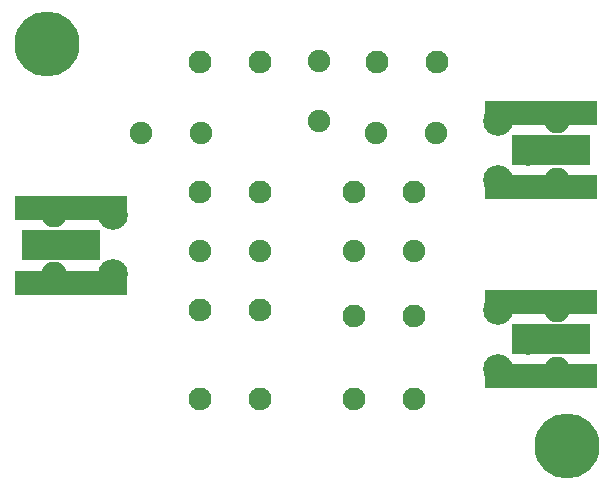
<source format=gbs>
G04 #@! TF.FileFunction,Soldermask,Bot*
%FSLAX45Y45*%
G04 Gerber Fmt 4.5, Leading zero omitted, Abs format (unit mm)*
G04 Created by KiCad (PCBNEW (2015-01-25 BZR 5388)-product) date Mo 03 Aug 2015 14:14:46 CEST*
%MOMM*%
G01*
G04 APERTURE LIST*
%ADD10C,0.150000*%
%ADD11C,5.509260*%
%ADD12C,1.930400*%
%ADD13C,1.905000*%
%ADD14R,9.507220X2.032000*%
%ADD15R,6.604000X2.506980*%
%ADD16C,2.506980*%
%ADD17C,2.108200*%
G04 APERTURE END LIST*
D10*
D11*
X17100042Y-9900158D03*
X12700000Y-6499860D03*
D12*
X15296000Y-9500000D03*
X15804000Y-9500000D03*
X15296000Y-8800000D03*
X15804000Y-8800000D03*
X15804000Y-7750000D03*
X15296000Y-7750000D03*
X15496000Y-6650000D03*
X16004000Y-6650000D03*
X13996000Y-6650000D03*
X14504000Y-6650000D03*
X14503908Y-7750048D03*
X13995908Y-7750048D03*
X13995908Y-8750046D03*
X14503908Y-8750046D03*
X13995908Y-9500108D03*
X14503908Y-9500108D03*
D13*
X15296000Y-8250000D03*
X15804000Y-8250000D03*
X15994000Y-7250000D03*
X15486000Y-7250000D03*
X14004036Y-7249922D03*
X13496036Y-7249922D03*
X15000000Y-6646000D03*
X15000000Y-7154000D03*
X14503908Y-8249920D03*
X13995908Y-8249920D03*
D14*
X12900074Y-8519484D03*
X12900074Y-7887024D03*
D15*
X12816000Y-8203000D03*
D16*
X13010056Y-8197920D03*
D17*
X12760120Y-7947984D03*
X12760120Y-8448110D03*
D16*
X13259992Y-8448110D03*
X13259992Y-7947984D03*
D14*
X16879926Y-7080516D03*
X16879926Y-7712976D03*
D15*
X16964000Y-7397000D03*
D16*
X16769944Y-7402080D03*
D17*
X17019880Y-7652016D03*
X17019880Y-7151890D03*
D16*
X16520008Y-7151890D03*
X16520008Y-7652016D03*
D14*
X16879926Y-8680516D03*
X16879926Y-9312976D03*
D15*
X16964000Y-8997000D03*
D16*
X16769944Y-9002080D03*
D17*
X17019880Y-9252016D03*
X17019880Y-8751890D03*
D16*
X16520008Y-8751890D03*
X16520008Y-9252016D03*
M02*

</source>
